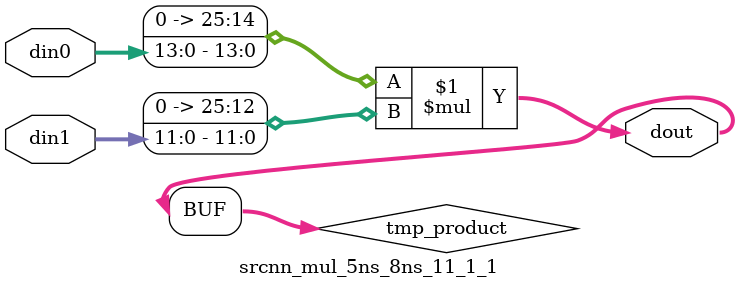
<source format=v>

`timescale 1 ns / 1 ps

  module srcnn_mul_5ns_8ns_11_1_1(din0, din1, dout);
parameter ID = 1;
parameter NUM_STAGE = 0;
parameter din0_WIDTH = 14;
parameter din1_WIDTH = 12;
parameter dout_WIDTH = 26;

input [din0_WIDTH - 1 : 0] din0; 
input [din1_WIDTH - 1 : 0] din1; 
output [dout_WIDTH - 1 : 0] dout;

wire signed [dout_WIDTH - 1 : 0] tmp_product;










assign tmp_product = $signed({1'b0, din0}) * $signed({1'b0, din1});











assign dout = tmp_product;







endmodule

</source>
